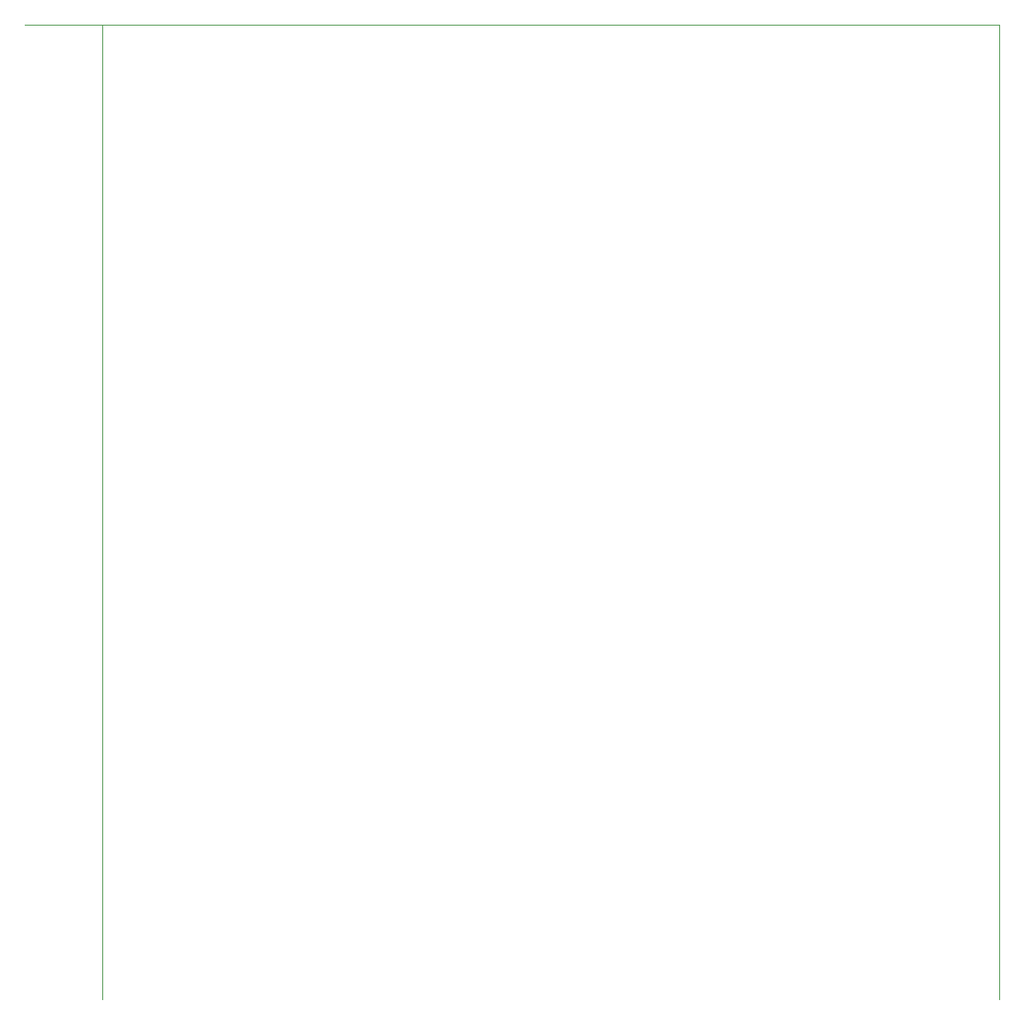
<source format=gm1>
G04 #@! TF.GenerationSoftware,KiCad,Pcbnew,9.0.2*
G04 #@! TF.CreationDate,2025-05-27T17:03:47+02:00*
G04 #@! TF.ProjectId,v0.4.3d,76302e34-2e33-4642-9e6b-696361645f70,4d*
G04 #@! TF.SameCoordinates,Original*
G04 #@! TF.FileFunction,Profile,NP*
%FSLAX46Y46*%
G04 Gerber Fmt 4.6, Leading zero omitted, Abs format (unit mm)*
G04 Created by KiCad (PCBNEW 9.0.2) date 2025-05-27 17:03:47*
%MOMM*%
%LPD*%
G01*
G04 APERTURE LIST*
G04 #@! TA.AperFunction,Profile*
%ADD10C,0.050000*%
G04 #@! TD*
G04 APERTURE END LIST*
D10*
X210500000Y-37000000D02*
X210500000Y-137000000D01*
X110500000Y-37000000D02*
X210500000Y-37000000D01*
X118500000Y-137000000D02*
X118500000Y-37000000D01*
M02*

</source>
